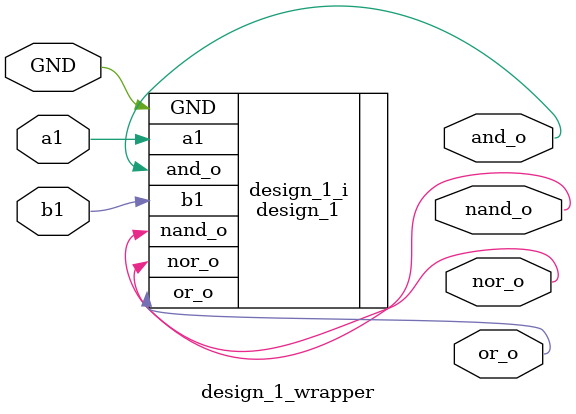
<source format=v>
`timescale 1 ps / 1 ps

module design_1_wrapper
   (GND,
    a1,
    and_o,
    b1,
    nand_o,
    nor_o,
    or_o);
  input GND;
  input a1;
  output and_o;
  input b1;
  output nand_o;
  output nor_o;
  output or_o;

  wire GND;
  wire a1;
  wire and_o;
  wire b1;
  wire nand_o;
  wire nor_o;
  wire or_o;

design_1 design_1_i
       (.GND(GND),
        .a1(a1),
        .and_o(and_o),
        .b1(b1),
        .nand_o(nand_o),
        .nor_o(nor_o),
        .or_o(or_o));
endmodule

</source>
